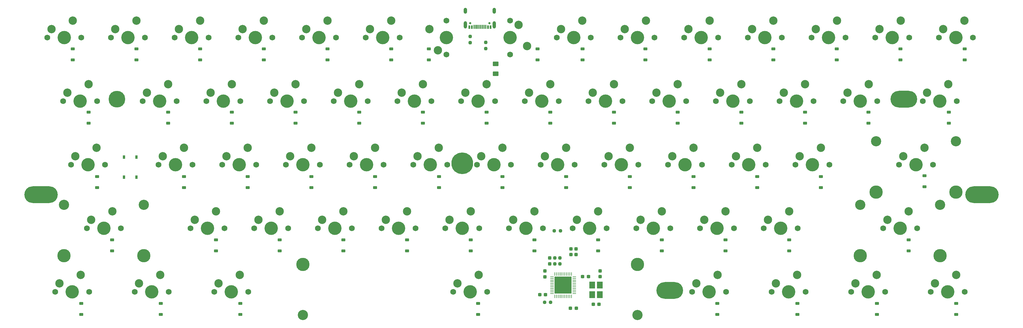
<source format=gbs>
G04 #@! TF.GenerationSoftware,KiCad,Pcbnew,8.0.4*
G04 #@! TF.CreationDate,2024-08-16T15:43:28+02:00*
G04 #@! TF.ProjectId,keyboard,6b657962-6f61-4726-942e-6b696361645f,rev?*
G04 #@! TF.SameCoordinates,Original*
G04 #@! TF.FileFunction,Soldermask,Bot*
G04 #@! TF.FilePolarity,Negative*
%FSLAX46Y46*%
G04 Gerber Fmt 4.6, Leading zero omitted, Abs format (unit mm)*
G04 Created by KiCad (PCBNEW 8.0.4) date 2024-08-16 15:43:28*
%MOMM*%
%LPD*%
G01*
G04 APERTURE LIST*
G04 Aperture macros list*
%AMRoundRect*
0 Rectangle with rounded corners*
0 $1 Rounding radius*
0 $2 $3 $4 $5 $6 $7 $8 $9 X,Y pos of 4 corners*
0 Add a 4 corners polygon primitive as box body*
4,1,4,$2,$3,$4,$5,$6,$7,$8,$9,$2,$3,0*
0 Add four circle primitives for the rounded corners*
1,1,$1+$1,$2,$3*
1,1,$1+$1,$4,$5*
1,1,$1+$1,$6,$7*
1,1,$1+$1,$8,$9*
0 Add four rect primitives between the rounded corners*
20,1,$1+$1,$2,$3,$4,$5,0*
20,1,$1+$1,$4,$5,$6,$7,0*
20,1,$1+$1,$6,$7,$8,$9,0*
20,1,$1+$1,$8,$9,$2,$3,0*%
G04 Aperture macros list end*
%ADD10C,0.650000*%
%ADD11R,0.600000X1.100000*%
%ADD12R,0.300000X1.240000*%
%ADD13O,1.000000X2.200000*%
%ADD14O,1.000000X1.800000*%
%ADD15C,3.048000*%
%ADD16C,3.987800*%
%ADD17C,1.750000*%
%ADD18C,4.000000*%
%ADD19C,2.500000*%
%ADD20C,6.500000*%
%ADD21O,8.000000X5.000000*%
%ADD22O,10.000000X5.000000*%
%ADD23C,5.000000*%
%ADD24RoundRect,0.237500X0.250000X0.237500X-0.250000X0.237500X-0.250000X-0.237500X0.250000X-0.237500X0*%
%ADD25RoundRect,0.237500X-0.237500X0.250000X-0.237500X-0.250000X0.237500X-0.250000X0.237500X0.250000X0*%
%ADD26RoundRect,0.237500X-0.300000X-0.237500X0.300000X-0.237500X0.300000X0.237500X-0.300000X0.237500X0*%
%ADD27RoundRect,0.237500X0.237500X-0.300000X0.237500X0.300000X-0.237500X0.300000X-0.237500X-0.300000X0*%
%ADD28RoundRect,0.237500X0.300000X0.237500X-0.300000X0.237500X-0.300000X-0.237500X0.300000X-0.237500X0*%
%ADD29RoundRect,0.237500X0.237500X-0.250000X0.237500X0.250000X-0.237500X0.250000X-0.237500X-0.250000X0*%
%ADD30R,0.750000X1.000000*%
%ADD31R,1.800000X2.100000*%
%ADD32RoundRect,0.250001X0.624999X-0.462499X0.624999X0.462499X-0.624999X0.462499X-0.624999X-0.462499X0*%
%ADD33RoundRect,0.225000X0.375000X-0.225000X0.375000X0.225000X-0.375000X0.225000X-0.375000X-0.225000X0*%
%ADD34RoundRect,0.062500X-0.062500X0.475000X-0.062500X-0.475000X0.062500X-0.475000X0.062500X0.475000X0*%
%ADD35RoundRect,0.062500X-0.475000X0.062500X-0.475000X-0.062500X0.475000X-0.062500X0.475000X0.062500X0*%
%ADD36R,5.200000X5.200000*%
G04 APERTURE END LIST*
D10*
X130860000Y-5100000D03*
X136640000Y-5100000D03*
D11*
X130550000Y-6275000D03*
X131350000Y-6275000D03*
D12*
X132500000Y-6200000D03*
X133500000Y-6200000D03*
X134000000Y-6200000D03*
X135000000Y-6200000D03*
D11*
X136150000Y-6275000D03*
X136950000Y-6275000D03*
X136950000Y-6275000D03*
X136150000Y-6275000D03*
D12*
X135500000Y-6200000D03*
X134500000Y-6200000D03*
X133000000Y-6200000D03*
X132000000Y-6200000D03*
D11*
X131350000Y-6275000D03*
X130550000Y-6275000D03*
D13*
X129430000Y-5600000D03*
D14*
X129430000Y-1400000D03*
D13*
X138070000Y-5600000D03*
D14*
X138070000Y-1400000D03*
D15*
X180843750Y-92585000D03*
D16*
X180843750Y-77375000D03*
D15*
X80843750Y-92585000D03*
D16*
X80843750Y-77375000D03*
D17*
X128145000Y-28450000D03*
D18*
X133225000Y-28450000D03*
D17*
X138305000Y-28450000D03*
D19*
X129415000Y-25910000D03*
X135765000Y-23370000D03*
D17*
X185295000Y-28450000D03*
D18*
X190375000Y-28450000D03*
D17*
X195455000Y-28450000D03*
D19*
X186565000Y-25910000D03*
X192915000Y-23370000D03*
D17*
X175770000Y-9400000D03*
D18*
X180850000Y-9400000D03*
D17*
X185930000Y-9400000D03*
D19*
X177040000Y-6860000D03*
X183390000Y-4320000D03*
D17*
X221013750Y-85600000D03*
D18*
X226093750Y-85600000D03*
D17*
X231173750Y-85600000D03*
D19*
X222283750Y-83060000D03*
X228633750Y-80520000D03*
D20*
X128450000Y-47100000D03*
D17*
X99570000Y-9400000D03*
D18*
X104650000Y-9400000D03*
D17*
X109730000Y-9400000D03*
D19*
X100840000Y-6860000D03*
X107190000Y-4320000D03*
D17*
X244826250Y-85600000D03*
D18*
X249906250Y-85600000D03*
D17*
X254986250Y-85600000D03*
D19*
X246096250Y-83060000D03*
X252446250Y-80520000D03*
D17*
X251970000Y-9400000D03*
D18*
X257050000Y-9400000D03*
D17*
X262130000Y-9400000D03*
D19*
X253240000Y-6860000D03*
X259590000Y-4320000D03*
D17*
X42420000Y-9400000D03*
D18*
X47500000Y-9400000D03*
D17*
X52580000Y-9400000D03*
D19*
X43690000Y-6860000D03*
X50040000Y-4320000D03*
D17*
X23370000Y-9400000D03*
D18*
X28450000Y-9400000D03*
D17*
X33530000Y-9400000D03*
D19*
X24640000Y-6860000D03*
X30990000Y-4320000D03*
D17*
X223395000Y-28450000D03*
D18*
X228475000Y-28450000D03*
D17*
X233555000Y-28450000D03*
D19*
X224665000Y-25910000D03*
X231015000Y-23370000D03*
D17*
X209107500Y-47500000D03*
D18*
X214187500Y-47500000D03*
D17*
X219267500Y-47500000D03*
D19*
X210377500Y-44960000D03*
X216727500Y-42420000D03*
D17*
X142750000Y-4320000D03*
D18*
X142750000Y-9400000D03*
D17*
X142750000Y-14480000D03*
D19*
X145290000Y-5590000D03*
X147830000Y-11940000D03*
D17*
X156720000Y-9400000D03*
D18*
X161800000Y-9400000D03*
D17*
X166880000Y-9400000D03*
D19*
X157990000Y-6860000D03*
X164340000Y-4320000D03*
D17*
X268638750Y-85600000D03*
D18*
X273718750Y-85600000D03*
D17*
X278798750Y-85600000D03*
D19*
X269908750Y-83060000D03*
X276258750Y-80520000D03*
D17*
X37657500Y-47500000D03*
D18*
X42737500Y-47500000D03*
D17*
X47817500Y-47500000D03*
D19*
X38927500Y-44960000D03*
X45277500Y-42420000D03*
D17*
X4320000Y-9400000D03*
D18*
X9400000Y-9400000D03*
D17*
X14480000Y-9400000D03*
D19*
X5590000Y-6860000D03*
X11940000Y-4320000D03*
D17*
X204345000Y-28450000D03*
D18*
X209425000Y-28450000D03*
D17*
X214505000Y-28450000D03*
D19*
X205615000Y-25910000D03*
X211965000Y-23370000D03*
D17*
X259113750Y-47500000D03*
D18*
X264193750Y-47500000D03*
D17*
X269273750Y-47500000D03*
D19*
X260383750Y-44960000D03*
X266733750Y-42420000D03*
D17*
X161482500Y-66550000D03*
D18*
X166562500Y-66550000D03*
D17*
X171642500Y-66550000D03*
D19*
X162752500Y-64010000D03*
X169102500Y-61470000D03*
D17*
X104332500Y-66550000D03*
D18*
X109412500Y-66550000D03*
D17*
X114492500Y-66550000D03*
D19*
X105602500Y-64010000D03*
X111952500Y-61470000D03*
D17*
X123700000Y-14480000D03*
D18*
X123700000Y-9400000D03*
D17*
X123700000Y-4320000D03*
D19*
X121160000Y-13210000D03*
X118620000Y-6860000D03*
D17*
X194820000Y-9400000D03*
D18*
X199900000Y-9400000D03*
D17*
X204980000Y-9400000D03*
D19*
X196090000Y-6860000D03*
X202440000Y-4320000D03*
D21*
X260550000Y-27900000D03*
D17*
X242445000Y-28450000D03*
D18*
X247525000Y-28450000D03*
D17*
X252605000Y-28450000D03*
D19*
X243715000Y-25910000D03*
X250065000Y-23370000D03*
D17*
X109095000Y-28450000D03*
D18*
X114175000Y-28450000D03*
D17*
X119255000Y-28450000D03*
D19*
X110365000Y-25910000D03*
X116715000Y-23370000D03*
D17*
X132907500Y-47500000D03*
D18*
X137987500Y-47500000D03*
D17*
X143067500Y-47500000D03*
D19*
X134177500Y-44960000D03*
X140527500Y-42420000D03*
D17*
X171007500Y-47500000D03*
D18*
X176087500Y-47500000D03*
D17*
X181167500Y-47500000D03*
D19*
X172277500Y-44960000D03*
X178627500Y-42420000D03*
D17*
X151957500Y-47500000D03*
D18*
X157037500Y-47500000D03*
D17*
X162117500Y-47500000D03*
D19*
X153227500Y-44960000D03*
X159577500Y-42420000D03*
D17*
X32895000Y-28450000D03*
D18*
X37975000Y-28450000D03*
D17*
X43055000Y-28450000D03*
D19*
X34165000Y-25910000D03*
X40515000Y-23370000D03*
D17*
X232920000Y-9400000D03*
D18*
X238000000Y-9400000D03*
D17*
X243080000Y-9400000D03*
D19*
X234190000Y-6860000D03*
X240540000Y-4320000D03*
D17*
X85282500Y-66550000D03*
D18*
X90362500Y-66550000D03*
D17*
X95442500Y-66550000D03*
D19*
X86552500Y-64010000D03*
X92902500Y-61470000D03*
D17*
X190057500Y-47500000D03*
D18*
X195137500Y-47500000D03*
D17*
X200217500Y-47500000D03*
D19*
X191327500Y-44960000D03*
X197677500Y-42420000D03*
D22*
X2500000Y-56500000D03*
D17*
X197201250Y-85600000D03*
D18*
X202281250Y-85600000D03*
D17*
X207361250Y-85600000D03*
D19*
X198471250Y-83060000D03*
X204821250Y-80520000D03*
D17*
X54326250Y-85600000D03*
D18*
X59406250Y-85600000D03*
D17*
X64486250Y-85600000D03*
D19*
X55596250Y-83060000D03*
X61946250Y-80520000D03*
D17*
X125763750Y-85600000D03*
D18*
X130843750Y-85600000D03*
D17*
X135923750Y-85600000D03*
D19*
X127033750Y-83060000D03*
X133383750Y-80520000D03*
D17*
X147195000Y-28450000D03*
D18*
X152275000Y-28450000D03*
D17*
X157355000Y-28450000D03*
D19*
X148465000Y-25910000D03*
X154815000Y-23370000D03*
D17*
X75757500Y-47500000D03*
D18*
X80837500Y-47500000D03*
D17*
X85917500Y-47500000D03*
D19*
X77027500Y-44960000D03*
X83377500Y-42420000D03*
D17*
X254351250Y-66550000D03*
D18*
X259431250Y-66550000D03*
D17*
X264511250Y-66550000D03*
D19*
X255621250Y-64010000D03*
X261971250Y-61470000D03*
D17*
X166245000Y-28450000D03*
D18*
X171325000Y-28450000D03*
D17*
X176405000Y-28450000D03*
D19*
X167515000Y-25910000D03*
X173865000Y-23370000D03*
D17*
X123382500Y-66550000D03*
D18*
X128462500Y-66550000D03*
D17*
X133542500Y-66550000D03*
D19*
X124652500Y-64010000D03*
X131002500Y-61470000D03*
D17*
X113857500Y-47500000D03*
D18*
X118937500Y-47500000D03*
D17*
X124017500Y-47500000D03*
D19*
X115127500Y-44960000D03*
X121477500Y-42420000D03*
D17*
X66232500Y-66550000D03*
D18*
X71312500Y-66550000D03*
D17*
X76392500Y-66550000D03*
D19*
X67502500Y-64010000D03*
X73852500Y-61470000D03*
D17*
X213870000Y-9400000D03*
D18*
X218950000Y-9400000D03*
D17*
X224030000Y-9400000D03*
D19*
X215140000Y-6860000D03*
X221490000Y-4320000D03*
D23*
X25200000Y-27900000D03*
D17*
X218632500Y-66550000D03*
D18*
X223712500Y-66550000D03*
D17*
X228792500Y-66550000D03*
D19*
X219902500Y-64010000D03*
X226252500Y-61470000D03*
D17*
X180532500Y-66550000D03*
D18*
X185612500Y-66550000D03*
D17*
X190692500Y-66550000D03*
D19*
X181802500Y-64010000D03*
X188152500Y-61470000D03*
D17*
X271020000Y-9400000D03*
D18*
X276100000Y-9400000D03*
D17*
X281180000Y-9400000D03*
D19*
X272290000Y-6860000D03*
X278640000Y-4320000D03*
D17*
X80520000Y-9400000D03*
D18*
X85600000Y-9400000D03*
D17*
X90680000Y-9400000D03*
D19*
X81790000Y-6860000D03*
X88140000Y-4320000D03*
D17*
X70995000Y-28450000D03*
D18*
X76075000Y-28450000D03*
D17*
X81155000Y-28450000D03*
D19*
X72265000Y-25910000D03*
X78615000Y-23370000D03*
D17*
X266257500Y-28450000D03*
D18*
X271337500Y-28450000D03*
D17*
X276417500Y-28450000D03*
D19*
X267527500Y-25910000D03*
X273877500Y-23370000D03*
D17*
X56707500Y-47500000D03*
D18*
X61787500Y-47500000D03*
D17*
X66867500Y-47500000D03*
D19*
X57977500Y-44960000D03*
X64327500Y-42420000D03*
D17*
X16226250Y-66550000D03*
D18*
X21306250Y-66550000D03*
D17*
X26386250Y-66550000D03*
D19*
X17496250Y-64010000D03*
X23846250Y-61470000D03*
D17*
X6701250Y-85600000D03*
D18*
X11781250Y-85600000D03*
D17*
X16861250Y-85600000D03*
D19*
X7971250Y-83060000D03*
X14321250Y-80520000D03*
D17*
X199582500Y-66550000D03*
D18*
X204662500Y-66550000D03*
D17*
X209742500Y-66550000D03*
D19*
X200852500Y-64010000D03*
X207202500Y-61470000D03*
D21*
X190500000Y-85200000D03*
D17*
X142432500Y-66550000D03*
D18*
X147512500Y-66550000D03*
D17*
X152592500Y-66550000D03*
D19*
X143702500Y-64010000D03*
X150052500Y-61470000D03*
D17*
X61470000Y-9400000D03*
D18*
X66550000Y-9400000D03*
D17*
X71630000Y-9400000D03*
D19*
X62740000Y-6860000D03*
X69090000Y-4320000D03*
D17*
X228157500Y-47500000D03*
D18*
X233237500Y-47500000D03*
D17*
X238317500Y-47500000D03*
D19*
X229427500Y-44960000D03*
X235777500Y-42420000D03*
D17*
X94807500Y-47500000D03*
D18*
X99887500Y-47500000D03*
D17*
X104967500Y-47500000D03*
D19*
X96077500Y-44960000D03*
X102427500Y-42420000D03*
D17*
X47182500Y-66550000D03*
D18*
X52262500Y-66550000D03*
D17*
X57342500Y-66550000D03*
D19*
X48452500Y-64010000D03*
X54802500Y-61470000D03*
D17*
X9082500Y-28450000D03*
D18*
X14162500Y-28450000D03*
D17*
X19242500Y-28450000D03*
D19*
X10352500Y-25910000D03*
X16702500Y-23370000D03*
D17*
X30513750Y-85600000D03*
D18*
X35593750Y-85600000D03*
D17*
X40673750Y-85600000D03*
D19*
X31783750Y-83060000D03*
X38133750Y-80520000D03*
D17*
X11463750Y-47500000D03*
D18*
X16543750Y-47500000D03*
D17*
X21623750Y-47500000D03*
D19*
X12733750Y-44960000D03*
X19083750Y-42420000D03*
D17*
X51945000Y-28450000D03*
D18*
X57025000Y-28450000D03*
D17*
X62105000Y-28450000D03*
D19*
X53215000Y-25910000D03*
X59565000Y-23370000D03*
D22*
X283900000Y-56500000D03*
D17*
X90045000Y-28450000D03*
D18*
X95125000Y-28450000D03*
D17*
X100205000Y-28450000D03*
D19*
X91315000Y-25910000D03*
X97665000Y-23370000D03*
D24*
X154912500Y-88750000D03*
X153087500Y-88750000D03*
D25*
X157650000Y-75437500D03*
X157650000Y-77262500D03*
D26*
X160837500Y-90500000D03*
X162562500Y-90500000D03*
D27*
X169700000Y-81062500D03*
X169700000Y-79337500D03*
D28*
X153362500Y-86500000D03*
X151637500Y-86500000D03*
D25*
X156150000Y-75437500D03*
X156150000Y-77262500D03*
X130850000Y-9087500D03*
X130850000Y-10912500D03*
D29*
X135500000Y-12712500D03*
X135500000Y-10887500D03*
D27*
X161000000Y-74462500D03*
X161000000Y-72737500D03*
D30*
X31025000Y-51200000D03*
X31025000Y-45200000D03*
X27275000Y-51200000D03*
X27275000Y-45200000D03*
D27*
X153162500Y-81112500D03*
X153162500Y-79387500D03*
D24*
X157812500Y-67300000D03*
X155987500Y-67300000D03*
D27*
X162550000Y-74462500D03*
X162550000Y-72737500D03*
X154662500Y-77212500D03*
X154662500Y-75487500D03*
D28*
X169362500Y-89300000D03*
X167637500Y-89300000D03*
D26*
X164500000Y-81050000D03*
X166225000Y-81050000D03*
D31*
X167350000Y-86450000D03*
X167350000Y-83550000D03*
X169650000Y-83550000D03*
X169650000Y-86450000D03*
D32*
X138500000Y-20275000D03*
X138500000Y-17300000D03*
D33*
X12000000Y-16100000D03*
X12000000Y-12800000D03*
X31050000Y-16100000D03*
X31050000Y-12800000D03*
X50100000Y-16100000D03*
X50100000Y-12800000D03*
X69150000Y-16100000D03*
X69150000Y-12800000D03*
X88200000Y-16100000D03*
X88200000Y-12800000D03*
X107250000Y-16100000D03*
X107250000Y-12800000D03*
X118500000Y-16100000D03*
X118500000Y-12800000D03*
X151000000Y-16100000D03*
X151000000Y-12800000D03*
X164500000Y-16100000D03*
X164500000Y-12800000D03*
X183250000Y-16100000D03*
X183250000Y-12800000D03*
X202500000Y-16100000D03*
X202500000Y-12800000D03*
X221500000Y-16100000D03*
X221500000Y-12800000D03*
X240500000Y-16100000D03*
X240500000Y-12800000D03*
X259500000Y-16100000D03*
X259500000Y-12800000D03*
X278750000Y-16100000D03*
X278750000Y-12800000D03*
X16750000Y-35100000D03*
X16750000Y-31800000D03*
X40500000Y-35100000D03*
X40500000Y-31800000D03*
X59550000Y-35100000D03*
X59550000Y-31800000D03*
X78600000Y-35100000D03*
X78600000Y-31800000D03*
X97650000Y-35100000D03*
X97650000Y-31800000D03*
X116700000Y-35100000D03*
X116700000Y-31800000D03*
X135750000Y-35100000D03*
X135750000Y-31800000D03*
X154800000Y-35100000D03*
X154800000Y-31800000D03*
X173850000Y-35100000D03*
X173850000Y-31800000D03*
X192900000Y-35100000D03*
X192900000Y-31800000D03*
X211950000Y-35100000D03*
X211950000Y-31800000D03*
X231000000Y-35100000D03*
X231000000Y-31800000D03*
X250000000Y-35100000D03*
X250000000Y-31800000D03*
X274000000Y-35100000D03*
X274000000Y-31800000D03*
X19250000Y-54350000D03*
X19250000Y-51050000D03*
X45250000Y-54350000D03*
X45250000Y-51050000D03*
X64300000Y-54350000D03*
X64300000Y-51050000D03*
X83350000Y-54350000D03*
X83350000Y-51050000D03*
X102400000Y-54350000D03*
X102400000Y-51050000D03*
X121500000Y-54350000D03*
X121500000Y-51050000D03*
X140500000Y-54350000D03*
X140500000Y-51050000D03*
X159550000Y-54350000D03*
X159550000Y-51050000D03*
X178600000Y-54350000D03*
X178600000Y-51050000D03*
X197650000Y-54350000D03*
X197650000Y-51050000D03*
X216700000Y-54350000D03*
X216700000Y-51050000D03*
X235750000Y-54350000D03*
X235750000Y-51050000D03*
X266750000Y-54100000D03*
X266750000Y-50800000D03*
X23750000Y-73350000D03*
X23750000Y-70050000D03*
X54800000Y-73350000D03*
X54800000Y-70050000D03*
X73850000Y-73350000D03*
X73850000Y-70050000D03*
X92900000Y-73350000D03*
X92900000Y-70050000D03*
X111950000Y-73350000D03*
X111950000Y-70050000D03*
X131000000Y-73350000D03*
X131000000Y-70050000D03*
X150050000Y-73350000D03*
X150050000Y-70050000D03*
X169100000Y-73350000D03*
X169100000Y-70050000D03*
X188150000Y-73350000D03*
X188150000Y-70050000D03*
X207200000Y-73350000D03*
X207200000Y-70050000D03*
X226250000Y-73350000D03*
X226250000Y-70050000D03*
X262000000Y-73350000D03*
X262000000Y-70050000D03*
X14500000Y-92350000D03*
X14500000Y-89050000D03*
X38312500Y-92350000D03*
X38312500Y-89050000D03*
X62125000Y-92350000D03*
X62125000Y-89050000D03*
X133250000Y-92350000D03*
X133250000Y-89050000D03*
X204750000Y-92350000D03*
X204750000Y-89050000D03*
X228750000Y-92350000D03*
X228750000Y-89050000D03*
X252500000Y-92350000D03*
X252500000Y-89050000D03*
X276250000Y-92350000D03*
X276250000Y-89050000D03*
D15*
X252255750Y-40515000D03*
D16*
X252255750Y-55725000D03*
D15*
X276131750Y-40515000D03*
D16*
X276131750Y-55725000D03*
D15*
X9368250Y-59565000D03*
D16*
X9368250Y-74775000D03*
D15*
X33244250Y-59565000D03*
D16*
X33244250Y-74775000D03*
D15*
X247493250Y-59565000D03*
D16*
X247493250Y-74775000D03*
D15*
X271369250Y-59565000D03*
D16*
X271369250Y-74775000D03*
D34*
X156150000Y-80262500D03*
X156650000Y-80262500D03*
X157150000Y-80262500D03*
X157650000Y-80262500D03*
X158150000Y-80262500D03*
X158650000Y-80262500D03*
X159150000Y-80262500D03*
X159650000Y-80262500D03*
X160150000Y-80262500D03*
X160650000Y-80262500D03*
X161150000Y-80262500D03*
D35*
X161987500Y-81100000D03*
X161987500Y-81600000D03*
X161987500Y-82100000D03*
X161987500Y-82600000D03*
X161987500Y-83100000D03*
X161987500Y-83600000D03*
X161987500Y-84100000D03*
X161987500Y-84600000D03*
X161987500Y-85100000D03*
X161987500Y-85600000D03*
X161987500Y-86100000D03*
D34*
X161150000Y-86937500D03*
X160650000Y-86937500D03*
X160150000Y-86937500D03*
X159650000Y-86937500D03*
X159150000Y-86937500D03*
X158650000Y-86937500D03*
X158150000Y-86937500D03*
X157650000Y-86937500D03*
X157150000Y-86937500D03*
X156650000Y-86937500D03*
X156150000Y-86937500D03*
D35*
X155312500Y-86100000D03*
X155312500Y-85600000D03*
X155312500Y-85100000D03*
X155312500Y-84600000D03*
X155312500Y-84100000D03*
X155312500Y-83600000D03*
X155312500Y-83100000D03*
X155312500Y-82600000D03*
X155312500Y-82100000D03*
X155312500Y-81600000D03*
X155312500Y-81100000D03*
D36*
X158650000Y-83600000D03*
M02*

</source>
